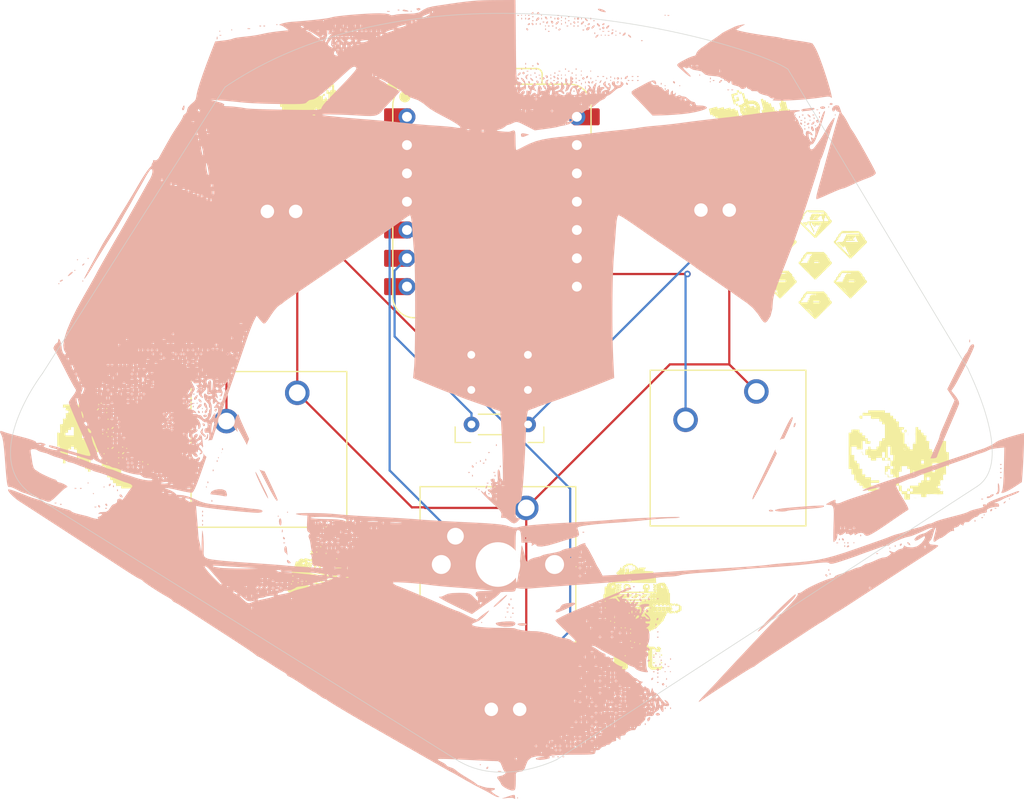
<source format=kicad_pcb>
(kicad_pcb (version 20241229) (generator "pcbnew") (generator_version "9.0")
  (layers (0 "F.Cu" signal) (2 "B.Cu" signal) (13 "F.Paste" user) (15 "B.Paste" user) (5 "F.SilkS" user "F.Silkscreen") (7 "B.SilkS" user "B.Silkscreen") (1 "F.Mask" user) (3 "B.Mask" user) (25 "Edge.Cuts" user))
  (net 0 "")
  (net 1 "Net-(D1-PadA)")
  (net 2 "GND")
  (net 3 "Net-(D2-PadA)")
  (net 4 "Net-(D3-PadA)")
  (net 5 "led0")
  (net 6 "led1")
  (net 7 "led2")
  (net 8 "Net-(U1-GPIO27{slash}ADC1{slash}A1)")
  (net 9 "Net-(U1-GPIO26{slash}ADC0{slash}A0)")
  (net 10 "Net-(U1-GPIO28{slash}ADC2{slash}A2)")
  (net 11 "unconnected-(U1-GPIO3{slash}MOSI-Pad11)")
  (net 12 "unconnected-(U1-VBUS-Pad14)")
  (net 13 "unconnected-(U1-GPIO1{slash}RX-Pad8)")
  (net 14 "unconnected-(U1-3V3-Pad12)")
  (net 15 "unconnected-(U1-GPIO0{slash}TX-Pad7)")
  (net 16 "unconnected-(U1-GPIO4{slash}MISO-Pad10)")
  (net 17 "unconnected-(U1-GPIO2{slash}SCK-Pad9)")
  (footprint "led:LEDRD254W57D500H1070" (layer "F.Cu") (at 203.52 40.52 180)
    (property "Reference" "D3" (at -0.1 -4.12 0) (layer "F.SilkS") (effects (font (size 0.8 0.8))))
    (property "Value" "led")
    (pad "A" thru_hole circle (at 1.27 0 180) (size 1.815 1.815) (drill 1.21) (layers "*.Cu" "*.Mask") (net 4 "Net-(D3-PadA)"))
    (pad "C" thru_hole rect (at -1.27 0 180) (size 1.815 1.815) (drill 1.21) (layers "*.Cu" "*.Mask") (net 2 "GND"))
  )
  (footprint "sonic:sonic_ball" (layer "F.Cu") (at 167 30.5)
    (property "Reference" "  " (at 0 0 0) (layer "F.SilkS") (effects (font (size 1.5 1.5) (thickness 0.3))))
    (property "Value" "LOGO" (hide yes))
  )
  (footprint "led:LEDRD254W57D500H1070" (layer "F.Cu") (at 164.63 40.64)
    (property "Reference" "D1" (at -0.16 -3.97 0) (layer "F.SilkS") (effects (font (size 0.8 0.8))))
    (property "Value" "led")
    (pad "A" thru_hole circle (at 1.27 0) (size 1.815 1.815) (drill 1.21) (layers "*.Cu" "*.Mask") (net 1 "Net-(D1-PadA)"))
    (pad "C" thru_hole rect (at -1.27 0) (size 1.815 1.815) (drill 1.21) (layers "*.Cu" "*.Mask") (net 2 "GND"))
  )
  (footprint "Resistor_THT:R_Axial_DIN0204_L3.6mm_D1.6mm_P5.08mm_Horizontal" (layer "F.Cu") (at 181.65 56.66)
    (property "Reference" "R2" (hide yes))
    (property "Value" "R" (hide yes))
    (pad "1" thru_hole circle (at 0 0) (size 1.4 1.4) (drill 0.7) (layers "*.Cu" "*.Mask") (net 3 "Net-(D2-PadA)"))
    (pad "2" thru_hole oval (at 5.08 0) (size 1.4 1.4) (drill 0.7) (layers "*.Cu" "*.Mask") (net 6 "led1"))
  )
  (footprint "led:LEDRD254W57D500H1070" (layer "F.Cu") (at 184.72 85.33 180)
    (property "Reference" "D2" (at -0.14 -3.95 0) (layer "F.SilkS") (effects (font (size 0.8 0.8))))
    (property "Value" "led")
    (pad "A" thru_hole circle (at 1.27 0 180) (size 1.815 1.815) (drill 1.21) (layers "*.Cu" "*.Mask") (net 3 "Net-(D2-PadA)"))
    (pad "C" thru_hole rect (at -1.27 0 180) (size 1.815 1.815) (drill 1.21) (layers "*.Cu" "*.Mask") (net 2 "GND"))
  )
  (footprint "sonic:sonic_running" (layer "F.Cu") (at 149 61.5 90)
    (property "Reference" "  " (at 0 0 90) (layer "F.SilkS") (effects (font (size 1.5 1.5) (thickness 0.3))))
    (property "Value" "LOGO" (hide yes))
  )
  (footprint "sonic:emeralds" (layer "F.Cu") (at 212.5 45.5)
    (property "Reference" " " (at 0 0 0) (layer "F.SilkS") (effects (font (size 1.5 1.5) (thickness 0.3))))
    (property "Value" "LOGO" (hide yes))
  )
  (footprint "Seeed Studio XIAO Series Library:MX_KeySwitch 3D" (layer "F.Cu") (at 166.04 56.92)
    (property "Reference" "  " (at -2.54 -2.794 0) (layer "F.SilkS"))
    (property "Value" "  ")
    (pad "" np_thru_hole circle (at -7.62 5.08) (size 1.7 1.7) (drill 1.7) (layers "*.Cu" "*.Mask"))
    (pad "" np_thru_hole circle (at -2.54 5.08) (size 4 4) (drill 4) (layers "*.Cu" "*.Mask"))
    (pad "" np_thru_hole circle (at 2.54 5.08) (size 1.7 1.7) (drill 1.7) (layers "*.Cu" "*.Mask"))
    (pad "1" thru_hole circle (at 0 0) (size 2.2 2.2) (drill 1.5) (layers "*.Cu" "*.Mask") (net 2 "GND"))
    (pad "2" thru_hole circle (at -6.35 2.54) (size 2.2 2.2) (drill 1.5) (layers "*.Cu" "*.Mask") (net 8 "Net-(U1-GPIO27{slash}ADC1{slash}A1)"))
  )
  (footprint "sonic:eggman" (layer "F.Cu") (at 197 77)
    (property "Reference" "  " (at -0.256714 -0.202579 0) (layer "F.SilkS") (effects (font (size 1.5 1.5) (thickness 0.3))))
    (property "Value" "LOGO" (hide yes))
  )
  (footprint "sonic:eggman" (layer "F.Cu") (at 168.5 75.5 -15)
    (property "Reference" "  " (at -0.256713 -0.202575 165) (layer "F.SilkS") (effects (font (size 1.5 1.5) (thickness 0.3))))
    (property "Value" "LOGO" (hide yes))
  )
  (footprint "Seeed Studio XIAO Series Library:MX_KeySwitch 3D" (layer "F.Cu") (at 186.58 67.25)
    (property "Reference" "  " (at -2.54 -2.794 0) (layer "F.SilkS"))
    (property "Value" "SW_Push")
    (pad "" np_thru_hole circle (at -7.62 5.08) (size 1.7 1.7) (drill 1.7) (layers "*.Cu" "*.Mask"))
    (pad "" np_thru_hole circle (at -2.54 5.08) (size 4 4) (drill 4) (layers "*.Cu" "*.Mask"))
    (pad "" np_thru_hole circle (at 2.54 5.08) (size 1.7 1.7) (drill 1.7) (layers "*.Cu" "*.Mask"))
    (pad "1" thru_hole circle (at 0 0) (size 2.2 2.2) (drill 1.5) (layers "*.Cu" "*.Mask") (net 2 "GND"))
    (pad "2" thru_hole circle (at -6.35 2.54) (size 2.2 2.2) (drill 1.5) (layers "*.Cu" "*.Mask") (net 9 "Net-(U1-GPIO26{slash}ADC0{slash}A0)"))
  )
  (footprint "Resistor_THT:R_Axial_DIN0204_L3.6mm_D1.6mm_P5.08mm_Horizontal" (layer "F.Cu") (at 186.75 59.76 180)
    (property "Reference" "R3" (hide yes))
    (property "Value" "R" (hide yes))
    (pad "1" thru_hole circle (at 0 0 180) (size 1.4 1.4) (drill 0.7) (layers "*.Cu" "*.Mask") (net 4 "Net-(D3-PadA)"))
    (pad "2" thru_hole oval (at 5.08 0 180) (size 1.4 1.4) (drill 0.7) (layers "*.Cu" "*.Mask") (net 7 "led2"))
  )
  (footprint "Resistor_THT:R_Axial_DIN0204_L3.6mm_D1.6mm_P5.08mm_Horizontal" (layer "F.Cu") (at 181.65 53.51)
    (property "Reference" "R1" (hide yes))
    (property "Value" "R" (hide yes))
    (pad "1" thru_hole circle (at 0 0) (size 1.4 1.4) (drill 0.7) (layers "*.Cu" "*.Mask") (net 1 "Net-(D1-PadA)"))
    (pad "2" thru_hole oval (at 5.08 0) (size 1.4 1.4) (drill 0.7) (layers "*.Cu" "*.Mask") (net 5 "led0"))
  )
  (footprint "sonic:soni_mini_jump" (layer "F.Cu") (at 207 33 -75)
    (property "Reference" "G***" (at 0 0 105) (layer "F.SilkS") (effects (font (size 1.5 1.5) (thickness 0.3))))
    (property "Value" "LOGO" (hide yes))
  )
  (footprint "Seeed Studio XIAO Series Library:XIAO-RP2040-DIP" (layer "F.Cu") (at 183.5 39.7685)
    (property "Reference" "  " (at -8.5 -12 0) (layer "F.SilkS") (effects (font (size 0.635 0.635) (thickness 0.1016))))
    (property "Value" "XIAO-RP2040-DIP")
    (pad "1" smd roundrect (at -8.455 -7.62 180) (size 2.432 1.524) (layers "F.Cu" "F.Mask") (roundrect_rratio 0.1) (net 9 "Net-(U1-GPIO26{slash}ADC0{slash}A0)"))
    (pad "1" thru_hole circle (at -7.62 -7.62 180) (size 1.524 1.524) (drill 0.889) (layers "*.Cu" "*.Mask") (net 9 "Net-(U1-GPIO26{slash}ADC0{slash}A0)"))
    (pad "2" smd roundrect (at -8.455 -5.08 180) (size 2.432 1.524) (layers "F.Cu" "F.Mask") (roundrect_rratio 0.1) (net 8 "Net-(U1-GPIO27{slash}ADC1{slash}A1)"))
    (pad "2" thru_hole circle (at -7.62 -5.08 180) (size 1.524 1.524) (drill 0.889) (layers "*.Cu" "*.Mask") (net 8 "Net-(U1-GPIO27{slash}ADC1{slash}A1)"))
    (pad "3" smd roundrect (at -8.455 -2.54 180) (size 2.432 1.524) (layers "F.Cu" "F.Mask") (roundrect_rratio 0.1) (net 10 "Net-(U1-GPIO28{slash}ADC2{slash}A2)"))
    (pad "3" thru_hole circle (at -7.62 -2.54 180) (size 1.524 1.524) (drill 0.889) (layers "*.Cu" "*.Mask") (net 10 "Net-(U1-GPIO28{slash}ADC2{slash}A2)"))
    (pad "4" smd roundrect (at -8.455 0 180) (size 2.432 1.524) (layers "F.Cu" "F.Mask") (roundrect_rratio 0.1) (net 5 "led0"))
    (pad "4" thru_hole circle (at -7.62 0 180) (size 1.524 1.524) (drill 0.889) (layers "*.Cu" "*.Mask") (net 5 "led0"))
    (pad "5" smd roundrect (at -8.455 2.54 180) (size 2.432 1.524) (layers "F.Cu" "F.Mask") (roundrect_rratio 0.1) (net 6 "led1"))
    (pad "5" thru_hole circle (at -7.62 2.54 180) (size 1.524 1.524) (drill 0.889) (layers "*.Cu" "*.Mask") (net 6 "led1"))
    (pad "6" smd roundrect (at -8.455 5.08 180) (size 2.432 1.524) (layers "F.Cu" "F.Mask") (roundrect_rratio 0.1) (net 7 "led2"))
    (pad "6" thru_hole circle (at -7.62 5.08 180) (size 1.524 1.524) (drill 0.889) (layers "*.Cu" "*.Mask") (net 7 "led2"))
    (pad "7" smd roundrect (at -8.455 7.62 180) (size 2.432 1.524) (layers "F.Cu" "F.Mask") (roundrect_rratio 0.1) (net 15 "unconnected-(U1-GPIO0{slash}TX-Pad7)"))
    (pad "7" thru_hole circle (at -7.62 7.62 180) (size 1.524 1.524) (drill 0.889) (layers "*.Cu" "*.Mask") (net 15 "unconnected-(U1-GPIO0{slash}TX-Pad7)"))
    (pad "8" thru_hole circle (at 7.62 7.62) (size 1.524 1.524) (drill 0.889) (layers "*.Cu" "*.Mask") (net 13 "unconnected-(U1-GPIO1{slash}RX-Pad8)"))
    (pad "8" smd roundrect (at 8.455 7.62) (size 2.432 1.524) (layers "F.Cu" "F.Mask") (roundrect_rratio 0.1) (net 13 "unconnected-(U1-GPIO1{slash}RX-Pad8)"))
    (pad "9" thru_hole circle (at 7.62 5.08) (size 1.524 1.524) (drill 0.889) (layers "*.Cu" "*.Mask") (net 17 "unconnected-(U1-GPIO2{slash}SCK-Pad9)"))
    (pad "9" smd roundrect (at 8.455 5.08) (size 2.432 1.524) (layers "F.Cu" "F.Mask") (roundrect_rratio 0.1) (net 17 "unconnected-(U1-GPIO2{slash}SCK-Pad9)"))
    (pad "10" thru_hole circle (at 7.62 2.54) (size 1.524 1.524) (drill 0.889) (layers "*.Cu" "*.Mask") (net 16 "unconnected-(U1-GPIO4{slash}MISO-Pad10)"))
    (pad "10" smd roundrect (at 8.455 2.54) (size 2.432 1.524) (layers "F.Cu" "F.Mask") (roundrect_rratio 0.1) (net 16 "unconnected-(U1-GPIO4{slash}MISO-Pad10)"))
    (pad "11" thru_hole circle (at 7.62 0) (size 1.524 1.524) (drill 0.889) (layers "*.Cu" "*.Mask") (net 11 "unconnected-(U1-GPIO3{slash}MOSI-Pad11)"))
    (pad "11" smd roundrect (at 8.455 0) (size 2.432 1.524) (layers "F.Cu" "F.Mask") (roundrect_rratio 0.1) (net 11 "unconnected-(U1-GPIO3{slash}MOSI-Pad11)"))
    (pad "12" thru_hole circle (at 7.62 -2.54) (size 1.524 1.524) (drill 0.889) (layers "*.Cu" "*.Mask") (net 14 "unconnected-(U1-3V3-Pad12)"))
    (pad "12" smd roundrect (at 8.455 -2.54) (size 2.432 1.524) (layers "F.Cu" "F.Mask") (roundrect_rratio 0.1) (net 14 "unconnected-(U1-3V3-Pad12)"))
    (pad "13" thru_hole circle (at 7.62 -5.08) (size 1.524 1.524) (drill 0.889) (layers "*.Cu" "*.Mask") (net 2 "GND"))
    (pad "13" smd roundrect (at 8.455 -5.08) (size 2.432 1.524) (layers "F.Cu" "F.Mask") (roundrect_rratio 0.1) (net 2 "GND"))
    (pad "14" thru_hole circle (at 7.62 -7.62) (size 1.524 1.524) (drill 0.889) (layers "*.Cu" "*.Mask") (net 12 "unconnected-(U1-VBUS-Pad14)"))
    (pad "14" smd roundrect (at 8.455 -7.62) (size 2.432 1.524) (layers "F.Cu" "F.Mask") (roundrect_rratio 0.1) (net 12 "unconnected-(U1-VBUS-Pad14)"))
  )
  (footprint "sonic:sonic_jump" (layer "F.Cu") (at 155 45.5)
    (property "Reference" " " (at 0 0 0) (layer "F.SilkS") (effects (font (size 1.5 1.5) (thickness 0.3))))
    (property "Value" "LOGO" (hide yes))
  )
  (footprint "Seeed Studio XIAO Series Library:MX_KeySwitch 3D" (layer "F.Cu") (at 207.22 56.8)
    (property "Reference" "  " (at -2.54 -2.794 0) (layer "F.SilkS"))
    (property "Value" "SW_Push")
    (pad "" np_thru_hole circle (at -7.62 5.08) (size 1.7 1.7) (drill 1.7) (layers "*.Cu" "*.Mask"))
    (pad "" np_thru_hole circle (at -2.54 5.08) (size 4 4) (drill 4) (layers "*.Cu" "*.Mask"))
    (pad "" np_thru_hole circle (at 2.54 5.08) (size 1.7 1.7) (drill 1.7) (layers "*.Cu" "*.Mask"))
    (pad "1" thru_hole circle (at 0 0) (size 2.2 2.2) (drill 1.5) (layers "*.Cu" "*.Mask") (net 2 "GND"))
    (pad "2" thru_hole circle (at -6.35 2.54) (size 2.2 2.2) (drill 1.5) (layers "*.Cu" "*.Mask") (net 10 "Net-(U1-GPIO28{slash}ADC2{slash}A2)"))
  )
  (footprint "sonic:sonic_running" (layer "F.Cu") (at 220 62.5 -90)
    (property "Reference" "  " (at 0 0 90) (layer "F.SilkS") (effects (font (size 1.5 1.5) (thickness 0.3))))
    (property "Value" "LOGO" (hide yes))
  )
  (footprint "sonic:sonics_emerald_v2" (layer "B.Cu") (at 185.5 57.5 180)
    (property "Reference" "G***" (at 0 0 0) (layer "B.SilkS") (effects (font (size 1.5 1.5) (thickness 0.3)) (justify mirror)))
    (property "Value" "LOGO" (hide yes))
  )
  (gr_line (start 186.76 61.38) (end 188.16 61.38) (stroke (width 0.1)) (layer "F.SilkS"))
  (gr_line (start 188.16 61.38) (end 186.76 61.38) (stroke (width 0.1)) (layer "F.SilkS"))
  (gr_line (start 180.2 61.38) (end 181.6 61.38) (stroke (width 0.1)) (layer "F.SilkS"))
  (gr_line (start 181.6 52.03) (end 180.2 52.03) (stroke (width 0.1)) (layer "F.SilkS"))
  (gr_line (start 180.2 59.98) (end 180.2 61.38) (stroke (width 0.1)) (layer "F.SilkS"))
  (gr_line (start 180.2 52.03) (end 181.6 52.03) (stroke (width 0.1)) (layer "F.SilkS"))
  (gr_line (start 188.16 61.38) (end 188.16 59.98) (stroke (width 0.1)) (layer "F.SilkS"))
  (gr_line (start 188.14 53.43) (end 188.14 52.03) (stroke (width 0.1)) (layer "F.SilkS"))
  (gr_line (start 180.2 52.03) (end 180.2 53.43) (stroke (width 0.1)) (layer "F.SilkS"))
  (gr_line (start 188.14 52.03) (end 186.74 52.03) (stroke (width 0.1)) (layer "F.SilkS"))
  (gr_line (start 188.14 52.03) (end 188.14 53.43) (stroke (width 0.1)) (layer "F.SilkS"))
  (gr_line (start 180.2 61.38) (end 180.2 59.98) (stroke (width 0.1)) (layer "F.SilkS"))
  (gr_curve (pts (xy 159.56 29.48) (xy 177.66 17.2) (xy 206.14 25.29) (xy 210.05 27.87)) (stroke (width 0.05)) (layer "Edge.Cuts"))
  (gr_line (start 143.19 55.18) (end 159.56 29.48) (stroke (width 0.05)) (layer "Edge.Cuts"))
  (gr_curve (pts (xy 142.24 66.04) (xy 137.42 62.71) (xy 143.19 55.18) (xy 143.19 55.18)) (stroke (width 0.05)) (layer "Edge.Cuts"))
  (gr_line (start 226.200549 54.77) (end 210.05 27.87) (stroke (width 0.05)) (layer "Edge.Cuts"))
  (gr_curve (pts (xy 227.04 65.31) (xy 230.49 63.03) (xy 226.16 54.82) (xy 226.200549 54.77)) (stroke (width 0.05)) (layer "Edge.Cuts"))
  (gr_curve (pts (xy 180.32 89.85) (xy 184.27 92.38) (xy 189.3 89.85) (xy 189.3 89.85)) (stroke (width 0.05)) (layer "Edge.Cuts"))
  (gr_line (start 142.24 66.04) (end 180.32 89.85) (stroke (width 0.05)) (layer "Edge.Cuts"))
  (gr_line (start 189.3 89.85) (end 227.04 65.31) (stroke (width 0.05)) (layer "Edge.Cuts"))
  (gr_text "Sonic \nMania\nv1" (at 190 56.5 0) (layer "F.SilkS") (effects (font (size 1 1) (thickness 0.1)) (justify left bottom)))
  (segment (start 178.77 53.51) (end 181.65 53.51) (width 0.2) (layer "F.Cu") (net 1))
  (segment (start 165.9 40.64) (end 178.77 53.51) (width 0.2) (layer "F.Cu") (net 1))
  (segment (start 198.958 34.6885) (end 204.79 40.52) (width 0.2) (layer "F.Cu") (net 2))
  (segment (start 177.45 67.2) (end 177.5 67.25) (width 0.2) (layer "F.Cu") (net 2))
  (segment (start 204.79 40.52) (end 204.79 54.37) (width 0.2) (layer "F.Cu") (net 2))
  (segment (start 191.955 34.6885) (end 198.958 34.6885) (width 0.2) (layer "F.Cu") (net 2))
  (segment (start 186.58 67.25) (end 199.46 54.37) (width 0.2) (layer "F.Cu") (net 2))
  (segment (start 186.58 84.74) (end 186.58 67.25) (width 0.2) (layer "F.Cu") (net 2))
  (segment (start 177.5 67.25) (end 186.58 67.25) (width 0.2) (layer "F.Cu") (net 2))
  (segment (start 165.9 56.78) (end 166.04 56.92) (width 0.2) (layer "F.Cu") (net 2))
  (segment (start 166.04 43.32) (end 163.36 40.64) (width 0.2) (layer "F.Cu") (net 2))
  (segment (start 204.79 54.37) (end 207.22 56.8) (width 0.2) (layer "F.Cu") (net 2))
  (segment (start 191.12 34.6885) (end 191.955 34.6885) (width 0.2) (layer "F.Cu") (net 2))
  (segment (start 176.32 67.2) (end 177.45 67.2) (width 0.2) (layer "F.Cu") (net 2))
  (segment (start 185.99 85.33) (end 186.58 84.74) (width 0.2) (layer "F.Cu") (net 2))
  (segment (start 166.04 56.92) (end 176.32 67.2) (width 0.2) (layer "F.Cu") (net 2))
  (segment (start 199.46 54.37) (end 204.79 54.37) (width 0.2) (layer "F.Cu") (net 2))
  (segment (start 166.04 56.92) (end 166.04 43.32) (width 0.2) (layer "F.Cu") (net 2))
  (segment (start 190.5217 78.2583) (end 190.5217 65.5317) (width 0.2) (layer "B.Cu") (net 3))
  (segment (start 183.45 85.33) (end 190.5217 78.2583) (width 0.2) (layer "B.Cu") (net 3))
  (segment (start 190.5217 65.5317) (end 181.65 56.66) (width 0.2) (layer "B.Cu") (net 3))
  (segment (start 202.25 44.1923) (end 186.75 59.6923) (width 0.2) (layer "B.Cu") (net 4))
  (segment (start 186.75 59.6923) (end 186.75 59.76) (width 0.2) (layer "B.Cu") (net 4))
  (segment (start 202.25 40.52) (end 202.25 44.1923) (width 0.2) (layer "B.Cu") (net 4))
  (segment (start 175.88 39.7685) (end 175.045 39.7685) (width 0.2) (layer "F.Cu") (net 5))
  (segment (start 186.73 50.6185) (end 175.88 39.7685) (width 0.2) (layer "B.Cu") (net 5))
  (segment (start 186.73 53.51) (end 186.73 50.6185) (width 0.2) (layer "B.Cu") (net 5))
  (segment (start 175.88 42.3085) (end 175.045 42.3085) (width 0.2) (layer "F.Cu") (net 6))
  (segment (start 186.73 56.66) (end 186.73 55.6583) (width 0.2) (layer "B.Cu") (net 6))
  (segment (start 184.5802 51.0087) (end 184.5802 53.5085) (width 0.2) (layer "B.Cu") (net 6))
  (segment (start 184.5802 53.5085) (end 186.73 55.6583) (width 0.2) (layer "B.Cu") (net 6))
  (segment (start 175.88 42.3085) (end 184.5802 51.0087) (width 0.2) (layer "B.Cu") (net 6))
  (segment (start 175.045 44.8485) (end 175.88 44.8485) (width 0.2) (layer "F.Cu") (net 7))
  (segment (start 175.88 44.8485) (end 174.7717 45.9568) (width 0.2) (layer "B.Cu") (net 7))
  (segment (start 174.7717 51.86) (end 181.67 58.7583) (width 0.2) (layer "B.Cu") (net 7))
  (segment (start 181.67 59.76) (end 181.67 58.7583) (width 0.2) (layer "B.Cu") (net 7))
  (segment (start 174.7717 45.9568) (end 174.7717 51.86) (width 0.2) (layer "B.Cu") (net 7))
  (segment (start 164.742 34.6885) (end 175.045 34.6885) (width 0.2) (layer "F.Cu") (net 8))
  (segment (start 159.69 39.74) (end 164.742 34.6885) (width 0.2) (layer "F.Cu") (net 8))
  (segment (start 159.69 59.46) (end 159.69 39.74) (width 0.2) (layer "F.Cu") (net 8))
  (segment (start 175.045 34.6885) (end 175.88 34.6885) (width 0.2) (layer "F.Cu") (net 8))
  (segment (start 175.88 32.1485) (end 175.045 32.1485) (width 0.2) (layer "F.Cu") (net 9))
  (segment (start 174.3276 33.7009) (end 175.88 32.1485) (width 0.2) (layer "B.Cu") (net 9))
  (segment (start 180.23 69.79) (end 174.3276 63.8876) (width 0.2) (layer "B.Cu") (net 9))
  (segment (start 174.3276 63.8876) (end 174.3276 33.7009) (width 0.2) (layer "B.Cu") (net 9))
  (segment (start 175.045 37.2285) (end 175.88 37.2285) (width 0.2) (layer "F.Cu") (net 10))
  (segment (start 200.87 46.4231) (end 201.0352 46.2579) (width 0.2) (layer "F.Cu") (net 10))
  (segment (start 201.0352 46.2579) (end 200.87 46.4231) (width 0.2) (layer "F.Cu") (net 10))
  (segment (start 184.9094 46.2579) (end 201.0352 46.2579) (width 0.2) (layer "F.Cu") (net 10))
  (segment (start 175.88 37.2285) (end 184.9094 46.2579) (width 0.2) (layer "F.Cu") (net 10))
  (via (at 201.0352 46.2579) (size 0.6) (drill 0.3) (layers "F.Cu" "B.Cu") (net 10))
  (segment (start 201.0352 46.2579) (end 200.87 46.4231) (width 0.2) (layer "B.Cu") (net 10))
  (segment (start 200.87 46.4231) (end 201.0352 46.2579) (width 0.2) (layer "B.Cu") (net 10))
  (segment (start 200.87 46.4231) (end 200.87 59.34) (width 0.2) (layer "B.Cu") (net 10))
  (segment (start 201.0352 46.2579) (end 200.87 46.4231) (width 0.2) (layer "B.Cu") (net 10))
  (segment (start 191.12 39.7685) (end 191.955 39.7685) (width 0.2) (layer "F.Cu") (net 11))
  (segment (start 191.955 32.1485) (end 191.12 32.1485) (width 0.2) (layer "F.Cu") (net 12))
  (segment (start 191.955 47.3885) (end 191.12 47.3885) (width 0.2) (layer "F.Cu") (net 13))
  (segment (start 191.12 37.2285) (end 191.955 37.2285) (width 0.2) (layer "F.Cu") (net 14))
  (segment (start 175.045 47.3885) (end 175.88 47.3885) (width 0.2) (layer "F.Cu") (net 15))
  (segment (start 191.12 42.3085) (end 191.955 42.3085) (width 0.2) (layer "F.Cu") (net 16))
  (segment (start 191.955 44.8485) (end 191.12 44.8485) (width 0.2) (layer "F.Cu") (net 17))
)
</source>
